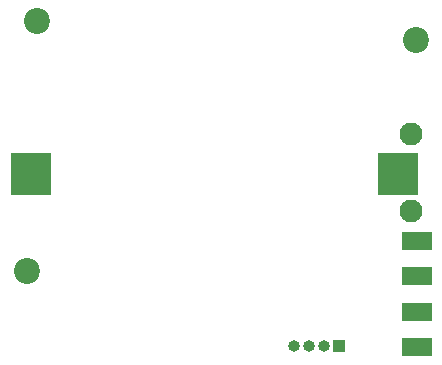
<source format=gbr>
%TF.GenerationSoftware,KiCad,Pcbnew,(6.0.0)*%
%TF.CreationDate,2022-04-21T21:51:44+01:00*%
%TF.ProjectId,Tracer,54726163-6572-42e6-9b69-6361645f7063,C*%
%TF.SameCoordinates,Original*%
%TF.FileFunction,Soldermask,Bot*%
%TF.FilePolarity,Negative*%
%FSLAX46Y46*%
G04 Gerber Fmt 4.6, Leading zero omitted, Abs format (unit mm)*
G04 Created by KiCad (PCBNEW (6.0.0)) date 2022-04-21 21:51:44*
%MOMM*%
%LPD*%
G01*
G04 APERTURE LIST*
%ADD10C,2.200000*%
%ADD11C,1.950000*%
%ADD12R,1.000000X1.000000*%
%ADD13O,1.000000X1.000000*%
%ADD14R,2.540000X1.524000*%
%ADD15R,3.400000X3.600000*%
G04 APERTURE END LIST*
D10*
%TO.C,H3*%
X131000000Y-104500000D03*
%TD*%
D11*
%TO.C,J1*%
X163475000Y-99500000D03*
X163475000Y-92900000D03*
%TD*%
D12*
%TO.C,J2*%
X157400000Y-110900000D03*
D13*
X156130000Y-110900000D03*
X154860000Y-110900000D03*
X153590000Y-110900000D03*
%TD*%
D10*
%TO.C,H2*%
X163900000Y-85000000D03*
%TD*%
%TO.C,H1*%
X131800000Y-83400000D03*
%TD*%
D14*
%TO.C,TP1*%
X164000000Y-102000000D03*
X164000000Y-105000000D03*
X164000000Y-108000000D03*
X164000000Y-111000000D03*
%TD*%
D15*
%TO.C,BT1*%
X162400000Y-96300000D03*
X131300000Y-96300000D03*
%TD*%
M02*

</source>
